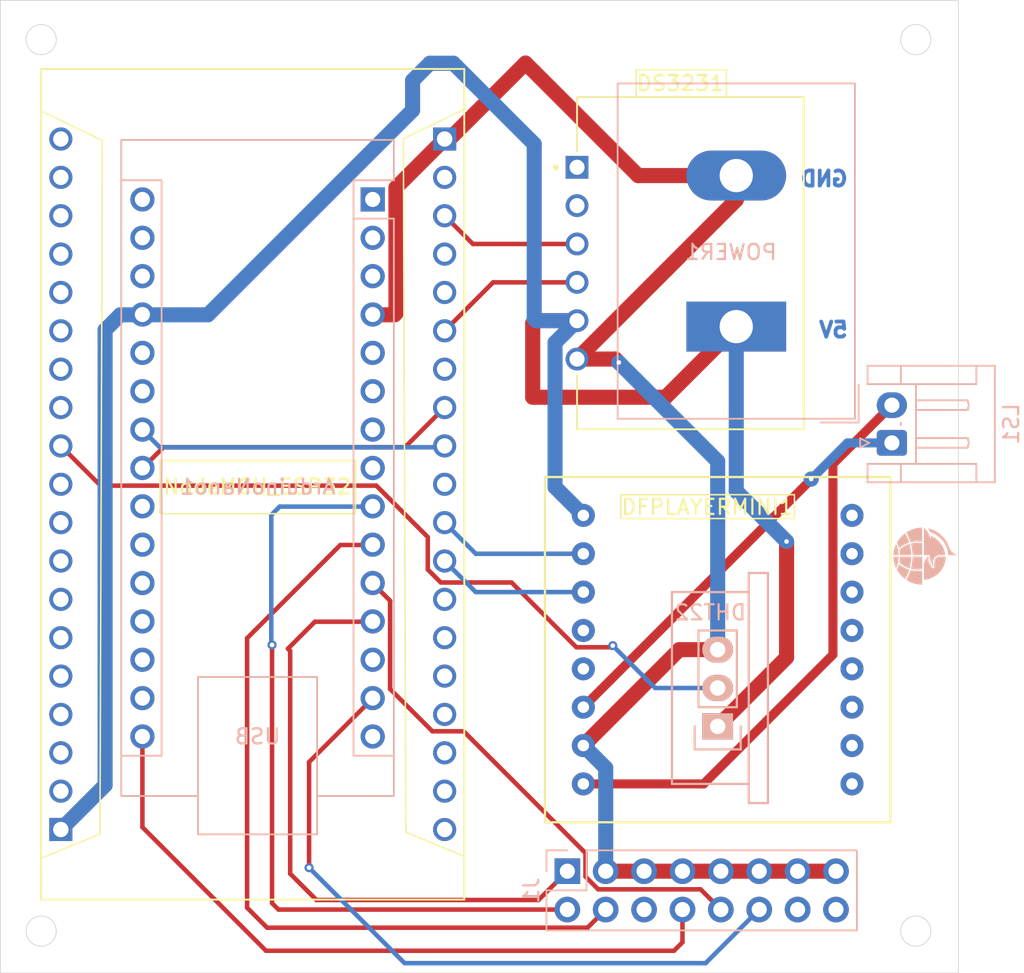
<source format=kicad_pcb>
(kicad_pcb (version 20241229) (generator "pcbnew") (generator_version "9.0")
  (layers (0 "F.Cu" signal) (2 "B.Cu" signal) (13 "F.Paste" user) (15 "B.Paste" user) (5 "F.SilkS" user "F.Silkscreen") (7 "B.SilkS" user "B.Silkscreen") (1 "F.Mask" user) (3 "B.Mask" user) (25 "Edge.Cuts" user))
  (net 0 "")
  (net 24 "/DHT22_Data")
  (net 27 "/Data_UART2")
  (net 28 "/Data_UART1")
  (net 46 "+5V")
  (net 48 "GND")
  (net 70 "/Data_SDA")
  (net 71 "/Data_SCL")
  (net 72 "/SPK2")
  (net 73 "/Data_TX")
  (net 74 "/SPK1")
  (net 75 "/Data_RX")
  (net 76 "/Data_CLK")
  (net 77 "/Data_DATA")
  (net 78 "/Data_A")
  (net 79 "/Data_SCLK")
  (net 80 "/Data_B")
  (net 81 "/Data_OE")
  (footprint "Arduino_Nano:DFPlayer_V2" (layer "F.Cu") (at 156.220752 98.873248)
    (property "Reference" "DFPLAYERMINI1" (at 0.589248 -0.553248 180) (layer "F.SilkS"))
    (property "Value" "DFPLAYER_MINI")
    (pad "1" thru_hole circle (at -7.62 0) (size 1.524 1.524) (drill 0.762) (layers "*.Cu" "*.Mask") (net 46 "+5V"))
    (pad "2" thru_hole circle (at -7.62 2.54) (size 1.524 1.524) (drill 0.762) (layers "*.Cu" "*.Mask") (net 75 "/Data_RX"))
    (pad "3" thru_hole circle (at -7.62 5.08) (size 1.524 1.524) (drill 0.762) (layers "*.Cu" "*.Mask") (net 73 "/Data_TX"))
    (pad "4" thru_hole circle (at -7.62 7.62) (size 1.524 1.524) (drill 0.762) (layers "*.Cu" "*.Mask"))
    (pad "5" thru_hole circle (at -7.62 10.16) (size 1.524 1.524) (drill 0.762) (layers "*.Cu" "*.Mask"))
    (pad "6" thru_hole circle (at -7.62 12.7) (size 1.524 1.524) (drill 0.762) (layers "*.Cu" "*.Mask") (net 74 "/SPK1"))
    (pad "7" thru_hole circle (at -7.62 15.24) (size 1.524 1.524) (drill 0.762) (layers "*.Cu" "*.Mask") (net 48 "GND"))
    (pad "8" thru_hole circle (at -7.62 17.78) (size 1.524 1.524) (drill 0.762) (layers "*.Cu" "*.Mask") (net 72 "/SPK2"))
    (pad "9" thru_hole circle (at 10.16 17.78) (size 1.524 1.524) (drill 0.762) (layers "*.Cu" "*.Mask"))
    (pad "10" thru_hole circle (at 10.16 15.24) (size 1.524 1.524) (drill 0.762) (layers "*.Cu" "*.Mask"))
    (pad "11" thru_hole circle (at 10.16 12.7) (size 1.524 1.524) (drill 0.762) (layers "*.Cu" "*.Mask"))
    (pad "12" thru_hole circle (at 10.16 10.16) (size 1.524 1.524) (drill 0.762) (layers "*.Cu" "*.Mask"))
    (pad "13" thru_hole circle (at 10.16 7.62) (size 1.524 1.524) (drill 0.762) (layers "*.Cu" "*.Mask"))
    (pad "14" thru_hole circle (at 10.16 5.08) (size 1.524 1.524) (drill 0.762) (layers "*.Cu" "*.Mask"))
    (pad "15" thru_hole circle (at 10.16 2.54) (size 1.524 1.524) (drill 0.762) (layers "*.Cu" "*.Mask"))
    (pad "16" thru_hole circle (at 10.16 0) (size 1.524 1.524) (drill 0.762) (layers "*.Cu" "*.Mask"))
  )
  (footprint "ESP32_NODEMCU:MODULE_ESP32_NODEMCU" (layer "F.Cu") (at 126.720752 96.813248)
    (property "Reference" "NodeMCU_ESP32" (at 0.3 0.16 180) (layer "F.SilkS"))
    (property "Value" "ESP32_NODEMCU")
    (pad "" np_thru_hole circle (at -12.5 -26) (size 2.25 2.25) (drill 2.25) (layers "*.Cu" "*.Mask"))
    (pad "" np_thru_hole circle (at -12.5 26) (size 2.25 2.25) (drill 2.25) (layers "*.Cu" "*.Mask"))
    (pad "" np_thru_hole circle (at 12.5 -26) (size 2.25 2.25) (drill 2.25) (layers "*.Cu" "*.Mask"))
    (pad "" np_thru_hole circle (at 12.5 26) (size 2.25 2.25) (drill 2.25) (layers "*.Cu" "*.Mask"))
    (pad "J4_1" thru_hole rect (at 12.7 -22.86) (size 1.53 1.53) (drill 1.02) (layers "*.Cu" "*.Mask") (net 48 "GND"))
    (pad "J4_2" thru_hole circle (at 12.7 -20.32) (size 1.53 1.53) (drill 1.02) (layers "*.Cu" "*.Mask"))
    (pad "J4_3" thru_hole circle (at 12.7 -17.78) (size 1.53 1.53) (drill 1.02) (layers "*.Cu" "*.Mask") (net 71 "/Data_SCL"))
    (pad "J4_4" thru_hole circle (at 12.7 -15.24) (size 1.53 1.53) (drill 1.02) (layers "*.Cu" "*.Mask"))
    (pad "J4_5" thru_hole circle (at 12.7 -12.7) (size 1.53 1.53) (drill 1.02) (layers "*.Cu" "*.Mask"))
    (pad "J4_6" thru_hole circle (at 12.7 -10.16) (size 1.53 1.53) (drill 1.02) (layers "*.Cu" "*.Mask") (net 70 "/Data_SDA"))
    (pad "J4_7" thru_hole circle (at 12.7 -7.62) (size 1.53 1.53) (drill 1.02) (layers "*.Cu" "*.Mask"))
    (pad "J4_8" thru_hole circle (at 12.7 -5.08) (size 1.53 1.53) (drill 1.02) (layers "*.Cu" "*.Mask") (net 27 "/Data_UART2"))
    (pad "J4_9" thru_hole circle (at 12.7 -2.54) (size 1.53 1.53) (drill 1.02) (layers "*.Cu" "*.Mask") (net 28 "/Data_UART1"))
    (pad "J4_10" thru_hole circle (at 12.7 0) (size 1.53 1.53) (drill 1.02) (layers "*.Cu" "*.Mask"))
    (pad "J4_11" thru_hole circle (at 12.7 2.54) (size 1.53 1.53) (drill 1.02) (layers "*.Cu" "*.Mask") (net 75 "/Data_RX"))
    (pad "J4_12" thru_hole circle (at 12.7 5.08) (size 1.53 1.53) (drill 1.02) (layers "*.Cu" "*.Mask") (net 73 "/Data_TX"))
    (pad "J4_13" thru_hole circle (at 12.7 7.62) (size 1.53 1.53) (drill 1.02) (layers "*.Cu" "*.Mask"))
    (pad "J4_14" thru_hole circle (at 12.7 10.16) (size 1.53 1.53) (drill 1.02) (layers "*.Cu" "*.Mask"))
    (pad "J4_15" thru_hole circle (at 12.7 12.7) (size 1.53 1.53) (drill 1.02) (layers "*.Cu" "*.Mask"))
    (pad "J4_16" thru_hole circle (at 12.7 15.24) (size 1.53 1.53) (drill 1.02) (layers "*.Cu" "*.Mask"))
    (pad "J4_17" thru_hole circle (at 12.7 17.78) (size 1.53 1.53) (drill 1.02) (layers "*.Cu" "*.Mask"))
    (pad "J4_18" thru_hole circle (at 12.7 20.32) (size 1.53 1.53) (drill 1.02) (layers "*.Cu" "*.Mask"))
    (pad "J4_19" thru_hole circle (at 12.7 22.86) (size 1.53 1.53) (drill 1.02) (layers "*.Cu" "*.Mask"))
    (pad "J5_1" thru_hole rect (at -12.7 22.86) (size 1.53 1.53) (drill 1.02) (layers "*.Cu" "*.Mask") (net 46 "+5V"))
    (pad "J5_2" thru_hole circle (at -12.7 20.32) (size 1.53 1.53) (drill 1.02) (layers "*.Cu" "*.Mask"))
    (pad "J5_3" thru_hole circle (at -12.7 17.78) (size 1.53 1.53) (drill 1.02) (layers "*.Cu" "*.Mask"))
    (pad "J5_4" thru_hole circle (at -12.7 15.24) (size 1.53 1.53) (drill 1.02) (layers "*.Cu" "*.Mask"))
    (pad "J5_5" thru_hole circle (at -12.7 12.7) (size 1.53 1.53) (drill 1.02) (layers "*.Cu" "*.Mask"))
    (pad "J5_6" thru_hole circle (at -12.7 10.16) (size 1.53 1.53) (drill 1.02) (layers "*.Cu" "*.Mask"))
    (pad "J5_7" thru_hole circle (at -12.7 7.62) (size 1.53 1.53) (drill 1.02) (layers "*.Cu" "*.Mask"))
    (pad "J5_8" thru_hole circle (at -12.7 5.08) (size 1.53 1.53) (drill 1.02) (layers "*.Cu" "*.Mask"))
    (pad "J5_9" thru_hole circle (at -12.7 2.54) (size 1.53 1.53) (drill 1.02) (layers "*.Cu" "*.Mask"))
    (pad "J5_10" thru_hole circle (at -12.7 0) (size 1.53 1.53) (drill 1.02) (layers "*.Cu" "*.Mask"))
    (pad "J5_11" thru_hole circle (at -12.7 -2.54) (size 1.53 1.53) (drill 1.02) (layers "*.Cu" "*.Mask") (net 24 "/DHT22_Data"))
    (pad "J5_12" thru_hole circle (at -12.7 -5.08) (size 1.53 1.53) (drill 1.02) (layers "*.Cu" "*.Mask"))
    (pad "J5_13" thru_hole circle (at -12.7 -7.62) (size 1.53 1.53) (drill 1.02) (layers "*.Cu" "*.Mask"))
    (pad "J5_14" thru_hole circle (at -12.7 -10.16) (size 1.53 1.53) (drill 1.02) (layers "*.Cu" "*.Mask"))
    (pad "J5_15" thru_hole circle (at -12.7 -12.7) (size 1.53 1.53) (drill 1.02) (layers "*.Cu" "*.Mask"))
    (pad "J5_16" thru_hole circle (at -12.7 -15.24) (size 1.53 1.53) (drill 1.02) (layers "*.Cu" "*.Mask"))
    (pad "J5_17" thru_hole circle (at -12.7 -17.78) (size 1.53 1.53) (drill 1.02) (layers "*.Cu" "*.Mask"))
    (pad "J5_18" thru_hole circle (at -12.7 -20.32) (size 1.53 1.53) (drill 1.02) (layers "*.Cu" "*.Mask"))
    (pad "J5_19" thru_hole circle (at -12.7 -22.86) (size 1.53 1.53) (drill 1.02) (layers "*.Cu" "*.Mask"))
  )
  (footprint "TC00500:MODULE_TC00500" (layer "F.Cu") (at 148.183252 82.173248)
    (property "Reference" "DS3231" (at 6.84 -11.91 0) (layer "F.SilkS"))
    (property "Value" "DS3231")
    (pad "1" thru_hole rect (at 0 -6.35) (size 1.508 1.508) (drill 1) (layers "*.Cu" "*.Mask"))
    (pad "2" thru_hole circle (at 0 -3.81) (size 1.508 1.508) (drill 1) (layers "*.Cu" "*.Mask"))
    (pad "3" thru_hole circle (at 0 -1.27) (size 1.508 1.508) (drill 1) (layers "*.Cu" "*.Mask") (net 71 "/Data_SCL"))
    (pad "4" thru_hole circle (at 0 1.27) (size 1.508 1.508) (drill 1) (layers "*.Cu" "*.Mask") (net 70 "/Data_SDA"))
    (pad "5" thru_hole circle (at 0 3.81) (size 1.508 1.508) (drill 1) (layers "*.Cu" "*.Mask") (net 46 "+5V"))
    (pad "6" thru_hole circle (at 0 6.35) (size 1.508 1.508) (drill 1) (layers "*.Cu" "*.Mask") (net 48 "GND"))
  )
  (footprint "Module:Arduino_Nano" (layer "B.Cu") (at 134.660752 77.953248 180)
    (property "Reference" "ArduinoNano1" (at 7.61 -19.03 0) (layer "B.SilkS") (effects (justify mirror)))
    (property "Value" "Arduino_Nano_v2.x")
    (fp_text user "USB" (at 7.62 -35.56 0) (layer "B.SilkS") (effects (justify mirror)))
    (pad "1" thru_hole rect (at 0 0 180) (size 1.6 1.6) (drill 1) (layers "*.Cu" "*.Mask"))
    (pad "2" thru_hole oval (at 0 -2.54 180) (size 1.6 1.6) (drill 1) (layers "*.Cu" "*.Mask"))
    (pad "3" thru_hole oval (at 0 -5.08 180) (size 1.6 1.6) (drill 1) (layers "*.Cu" "*.Mask"))
    (pad "4" thru_hole oval (at 0 -7.62 180) (size 1.6 1.6) (drill 1) (layers "*.Cu" "*.Mask") (net 48 "GND"))
    (pad "5" thru_hole oval (at 0 -10.16 180) (size 1.6 1.6) (drill 1) (layers "*.Cu" "*.Mask"))
    (pad "6" thru_hole oval (at 0 -12.7 180) (size 1.6 1.6) (drill 1) (layers "*.Cu" "*.Mask"))
    (pad "7" thru_hole oval (at 0 -15.24 180) (size 1.6 1.6) (drill 1) (layers "*.Cu" "*.Mask"))
    (pad "8" thru_hole oval (at 0 -17.78 180) (size 1.6 1.6) (drill 1) (layers "*.Cu" "*.Mask"))
    (pad "9" thru_hole oval (at 0 -20.32 180) (size 1.6 1.6) (drill 1) (layers "*.Cu" "*.Mask") (net 78 "/Data_A"))
    (pad "10" thru_hole oval (at 0 -22.86 180) (size 1.6 1.6) (drill 1) (layers "*.Cu" "*.Mask") (net 80 "/Data_B"))
    (pad "11" thru_hole oval (at 0 -25.4 180) (size 1.6 1.6) (drill 1) (layers "*.Cu" "*.Mask") (net 79 "/Data_SCLK"))
    (pad "12" thru_hole oval (at 0 -27.94 180) (size 1.6 1.6) (drill 1) (layers "*.Cu" "*.Mask") (net 81 "/Data_OE"))
    (pad "13" thru_hole oval (at 0 -30.48 180) (size 1.6 1.6) (drill 1) (layers "*.Cu" "*.Mask"))
    (pad "14" thru_hole oval (at 0 -33.02 180) (size 1.6 1.6) (drill 1) (layers "*.Cu" "*.Mask") (net 77 "/Data_DATA"))
    (pad "15" thru_hole oval (at 0 -35.56 180) (size 1.6 1.6) (drill 1) (layers "*.Cu" "*.Mask"))
    (pad "16" thru_hole oval (at 15.24 -35.56 180) (size 1.6 1.6) (drill 1) (layers "*.Cu" "*.Mask") (net 76 "/Data_CLK"))
    (pad "17" thru_hole oval (at 15.24 -33.02 180) (size 1.6 1.6) (drill 1) (layers "*.Cu" "*.Mask"))
    (pad "18" thru_hole oval (at 15.24 -30.48 180) (size 1.6 1.6) (drill 1) (layers "*.Cu" "*.Mask"))
    (pad "19" thru_hole oval (at 15.24 -27.94 180) (size 1.6 1.6) (drill 1) (layers "*.Cu" "*.Mask"))
    (pad "20" thru_hole oval (at 15.24 -25.4 180) (size 1.6 1.6) (drill 1) (layers "*.Cu" "*.Mask"))
    (pad "21" thru_hole oval (at 15.24 -22.86 180) (size 1.6 1.6) (drill 1) (layers "*.Cu" "*.Mask"))
    (pad "22" thru_hole oval (at 15.24 -20.32 180) (size 1.6 1.6) (drill 1) (layers "*.Cu" "*.Mask"))
    (pad "23" thru_hole oval (at 15.24 -17.78 180) (size 1.6 1.6) (drill 1) (layers "*.Cu" "*.Mask") (net 27 "/Data_UART2"))
    (pad "24" thru_hole oval (at 15.24 -15.24 180) (size 1.6 1.6) (drill 1) (layers "*.Cu" "*.Mask") (net 28 "/Data_UART1"))
    (pad "25" thru_hole oval (at 15.24 -12.7 180) (size 1.6 1.6) (drill 1) (layers "*.Cu" "*.Mask"))
    (pad "26" thru_hole oval (at 15.24 -10.16 180) (size 1.6 1.6) (drill 1) (layers "*.Cu" "*.Mask"))
    (pad "27" thru_hole oval (at 15.24 -7.62 180) (size 1.6 1.6) (drill 1) (layers "*.Cu" "*.Mask") (net 46 "+5V"))
    (pad "28" thru_hole oval (at 15.24 -5.08 180) (size 1.6 1.6) (drill 1) (layers "*.Cu" "*.Mask"))
    (pad "29" thru_hole oval (at 15.24 -2.54 180) (size 1.6 1.6) (drill 1) (layers "*.Cu" "*.Mask"))
    (pad "30" thru_hole oval (at 15.24 0 180) (size 1.6 1.6) (drill 1) (layers "*.Cu" "*.Mask"))
  )
  (footprint "demo.preety:demo" (layer "B.Cu") (at 171.32 101.57 -90)
    (property "Reference" "G***" (hide yes))
    (property "Value" "LOGO" (hide yes))
  )
  (footprint "Connector_PinHeader_2.54mm:PinHeader_2x08_P2.54mm_Vertical" (layer "B.Cu") (at 147.540752 122.433248 -90)
    (property "Reference" "J1" (at 1.27 2.38 90) (layer "B.SilkS") (effects (justify mirror)))
    (property "Value" "HUB12")
    (pad "1" thru_hole rect (at 0 0 270) (size 1.7 1.7) (drill 1) (layers "*.Cu" "*.Mask") (net 81 "/Data_OE"))
    (pad "2" thru_hole circle (at 0 -2.54 270) (size 1.7 1.7) (drill 1) (layers "*.Cu" "*.Mask") (net 48 "GND"))
    (pad "3" thru_hole circle (at 0 -5.08 270) (size 1.7 1.7) (drill 1) (layers "*.Cu" "*.Mask") (net 48 "GND"))
    (pad "4" thru_hole circle (at 0 -7.62 270) (size 1.7 1.7) (drill 1) (layers "*.Cu" "*.Mask") (net 48 "GND"))
    (pad "5" thru_hole circle (at 0 -10.16 270) (size 1.7 1.7) (drill 1) (layers "*.Cu" "*.Mask") (net 48 "GND"))
    (pad "6" thru_hole circle (at 0 -12.7 270) (size 1.7 1.7) (drill 1) (layers "*.Cu" "*.Mask") (net 48 "GND"))
    (pad "7" thru_hole circle (at 0 -15.24 270) (size 1.7 1.7) (drill 1) (layers "*.Cu" "*.Mask") (net 48 "GND"))
    (pad "8" thru_hole circle (at 0 -17.78 270) (size 1.7 1.7) (drill 1) (layers "*.Cu" "*.Mask") (net 48 "GND"))
    (pad "9" thru_hole circle (at 2.54 -17.78 270) (size 1.7 1.7) (drill 1) (layers "*.Cu" "*.Mask"))
    (pad "10" thru_hole circle (at 2.54 -15.24 270) (size 1.7 1.7) (drill 1) (layers "*.Cu" "*.Mask"))
    (pad "11" thru_hole circle (at 2.54 -12.7 270) (size 1.7 1.7) (drill 1) (layers "*.Cu" "*.Mask") (net 77 "/Data_DATA"))
    (pad "12" thru_hole circle (at 2.54 -10.16 270) (size 1.7 1.7) (drill 1) (layers "*.Cu" "*.Mask") (net 79 "/Data_SCLK"))
    (pad "13" thru_hole circle (at 2.54 -7.62 270) (size 1.7 1.7) (drill 1) (layers "*.Cu" "*.Mask") (net 76 "/Data_CLK"))
    (pad "14" thru_hole circle (at 2.54 -5.08 270) (size 1.7 1.7) (drill 1) (layers "*.Cu" "*.Mask"))
    (pad "15" thru_hole circle (at 2.54 -2.54 270) (size 1.7 1.7) (drill 1) (layers "*.Cu" "*.Mask") (net 80 "/Data_B"))
    (pad "16" thru_hole circle (at 2.54 0 270) (size 1.7 1.7) (drill 1) (layers "*.Cu" "*.Mask") (net 78 "/Data_A"))
  )
  (footprint "Connector_JST:JST_EH_S2B-EH_1x02_P2.50mm_Horizontal" (layer "B.Cu") (at 169.020752 94.073248 90)
    (property "Reference" "LS1" (at 1.25 7.9 90) (layer "B.SilkS") (effects (justify mirror)))
    (property "Value" "Speaker")
    (pad "1" thru_hole roundrect (at 0 0 90) (size 1.7 2) (drill 1) (layers "*.Cu" "*.Mask") (roundrect_rratio 0.147059) (net 74 "/SPK1"))
    (pad "2" thru_hole oval (at 2.5 0 90) (size 1.7 2) (drill 1) (layers "*.Cu" "*.Mask") (net 72 "/SPK2"))
  )
  (footprint "Sensors:DHT11_Temperature_Humidity" (layer "B.Cu") (at 157.490752 110.303248 -90)
    (property "Reference" "DHT22" (at -5 0.485 180) (layer "B.SilkS") (effects (justify mirror)))
    (property "Value" "DHT22")
    (pad "1" thru_hole oval (at 0 0) (size 2.032 1.7272) (drill 1.016) (layers "*.Cu" "F.Mask" "B.SilkS") (net 24 "/DHT22_Data"))
    (pad "2" thru_hole rect (at 2.54 0) (size 2.032 1.7272) (drill 1.016) (layers "*.Cu" "F.Mask" "B.SilkS") (net 46 "+5V"))
    (pad "3" thru_hole oval (at -2.54 0) (size 2.032 1.7272) (drill 1.016) (layers "*.Cu" "F.Mask" "B.SilkS") (net 48 "GND"))
  )
  (footprint "TerminalBlock_Dinkle:TerminalBlock_Dinkle_DT-55-B01X-02_P10.00mm" (layer "B.Cu") (at 158.720752 86.373248 90)
    (property "Reference" "POWER1" (at 4.933248 -0.350752 180) (layer "B.SilkS") (effects (justify mirror)))
    (property "Value" "POWER")
    (pad "1" thru_hole rect (at 0 0 90) (size 3.3 6.6) (drill 2.2) (layers "*.Cu" "*.Mask") (net 46 "+5V"))
    (pad "2" thru_hole oval (at 10 0 90) (size 3.3 6.6) (drill 2.2) (layers "*.Cu" "*.Mask") (net 48 "GND"))
  )
  (gr_circle (center 170.6 126.4) (end 171.6 126.4) (stroke (width 0.05)) (fill no) (layer "Edge.Cuts"))
  (gr_circle (center 170.6 67.373248) (end 171.6 67.373248) (stroke (width 0.05)) (fill no) (layer "Edge.Cuts"))
  (gr_rect (start 110.020752 64.773248) (end 173.420752 129.173248) (stroke (width 0.05)) (fill no) (layer "Edge.Cuts"))
  (gr_circle (center 112.720752 67.373248) (end 113.720752 67.373248) (stroke (width 0.05)) (fill no) (layer "Edge.Cuts"))
  (gr_circle (center 112.720752 126.4) (end 113.720752 126.4) (stroke (width 0.05)) (fill no) (layer "Edge.Cuts"))
  (gr_text "GND\n" (at 166.220752 77.173248 0) (layer "B.Cu") (effects (font (size 1 1) (thickness 0.25) (bold yes)) (justify left bottom mirror)))
  (gr_text "5V" (at 166.220752 87.173248 0) (layer "B.Cu") (effects (font (size 1 1) (thickness 0.25) (bold yes)) (justify left bottom mirror)))
  (segment (start 148.139732 107.606248) (end 150.443752 107.606248) (width 0.3) (layer "F.Cu") (net 24))
  (segment (start 138.304752 100.309488) (end 138.304752 102.454752) (width 0.3) (layer "F.Cu") (net 24))
  (segment (start 114.020752 94.273248) (end 116.651752 96.904248) (width 0.3) (layer "F.Cu") (net 24))
  (segment (start 138.304752 102.454752) (end 139.167248 103.317248) (width 0.3) (layer "F.Cu") (net 24))
  (segment (start 150.443752 107.606248) (end 150.55 107.5) (width 0.3) (layer "F.Cu") (net 24))
  (segment (start 143.850732 103.317248) (end 148.139732 107.606248) (width 0.3) (layer "F.Cu") (net 24))
  (segment (start 116.651752 96.904248) (end 134.899512 96.904248) (width 0.3) (layer "F.Cu") (net 24))
  (segment (start 139.167248 103.317248) (end 143.850732 103.317248) (width 0.3) (layer "F.Cu") (net 24))
  (segment (start 134.899512 96.904248) (end 138.304752 100.309488) (width 0.3) (layer "F.Cu") (net 24))
  (via (at 150.55 107.5) (size 0.6) (drill 0.3) (layers "F.Cu" "B.Cu") (net 24))
  (segment (start 153.353248 110.303248) (end 157.490752 110.303248) (width 0.3) (layer "B.Cu") (net 24))
  (segment (start 150.55 107.5) (end 153.353248 110.303248) (width 0.3) (layer "B.Cu") (net 24))
  (segment (start 119.420752 95.753248) (end 120.809752 94.364248) (width 0.3) (layer "F.Cu") (net 27))
  (segment (start 120.809752 94.364248) (end 136.789752 94.364248) (width 0.3) (layer "F.Cu") (net 27))
  (segment (start 136.789752 94.364248) (end 139.420752 91.733248) (width 0.3) (layer "F.Cu") (net 27))
  (segment (start 120.571752 94.364248) (end 139.329752 94.364248) (width 0.3) (layer "B.Cu") (net 28))
  (segment (start 139.329752 94.364248) (end 139.420752 94.273248) (width 0.3) (layer "B.Cu") (net 28))
  (segment (start 119.420752 93.213248) (end 120.571752 94.364248) (width 0.3) (layer "B.Cu") (net 28))
  (segment (start 145.25 86.15) (end 145.416752 85.983248) (width 1) (layer "F.Cu") (net 46))
  (segment (start 162.05 108.284) (end 162.05 100.6) (width 1) (layer "F.Cu") (net 46))
  (segment (start 158.720752 86.373248) (end 154.044 91.05) (width 1) (layer "F.Cu") (net 46))
  (segment (start 154.044 91.05) (end 145.25 91.05) (width 1) (layer "F.Cu") (net 46))
  (segment (start 145.25 91.05) (end 145.25 86.15) (width 1) (layer "F.Cu") (net 46))
  (segment (start 145.416752 85.983248) (end 148.183252 85.983248) (width 1) (layer "F.Cu") (net 46))
  (segment (start 157.490752 112.843248) (end 162.05 108.284) (width 1) (layer "F.Cu") (net 46))
  (via (at 162.05 100.6) (size 0.8) (drill 0.3) (layers "F.Cu" "B.Cu") (net 46))
  (segment (start 138.443687 68.937248) (end 139.997817 68.937248) (width 1) (layer "B.Cu") (net 46))
  (segment (start 145.35 74.289431) (end 145.35 85.85) (width 1) (layer "B.Cu") (net 46))
  (segment (start 162.05 100.6) (end 158.720752 97.270752) (width 1) (layer "B.Cu") (net 46))
  (segment (start 119.420752 85.593248) (end 123.756752 85.593248) (width 1) (layer "B.Cu") (net 46))
  (segment (start 139.997817 68.937248) (end 145.35 74.289431) (width 1) (layer "B.Cu") (net 46))
  (segment (start 158.720752 97.270752) (end 158.720752 86.373248) (width 1) (layer "B.Cu") (net 46))
  (segment (start 137.3 70.080935) (end 138.443687 68.937248) (width 1) (layer "B.Cu") (net 46))
  (segment (start 145.483248 85.983248) (end 148.183252 85.983248) (width 1) (layer "B.Cu") (net 46))
  (segment (start 146.728252 87.438248) (end 148.183252 85.983248) (width 1) (layer "B.Cu") (net 46))
  (segment (start 116.95 86.6) (end 117.956752 85.593248) (width 1) (layer "B.Cu") (net 46))
  (segment (start 148.600752 98.873248) (end 146.728252 97.000748) (width 1) (layer "B.Cu") (net 46))
  (segment (start 146.728252 97.000748) (end 146.728252 87.438248) (width 1) (layer "B.Cu") (net 46))
  (segment (start 117.956752 85.593248) (end 119.420752 85.593248) (width 1) (layer "B.Cu") (net 46))
  (segment (start 114.020752 119.673248) (end 116.95 116.744) (width 1) (layer "B.Cu") (net 46))
  (segment (start 145.35 85.85) (end 145.483248 85.983248) (width 1) (layer "B.Cu") (net 46))
  (segment (start 116.95 116.744) (end 116.95 86.6) (width 1) (layer "B.Cu") (net 46))
  (segment (start 137.3 72.05) (end 137.3 70.080935) (width 1) (layer "B.Cu") (net 46))
  (segment (start 123.756752 85.593248) (end 137.3 72.05) (width 1) (layer "B.Cu") (net 46))
  (segment (start 139.420752 73.953248) (end 136.2 77.174) (width 1) (layer "F.Cu") (net 48))
  (segment (start 136.2 85.5) (end 136.106752 85.593248) (width 1) (layer "F.Cu") (net 48))
  (segment (start 158.720752 77.985748) (end 148.183252 88.523248) (width 1) (layer "F.Cu") (net 48))
  (segment (start 154.950752 107.763248) (end 148.600752 114.113248) (width 1) (layer "F.Cu") (net 48))
  (segment (start 136.106752 85.593248) (end 134.660752 85.593248) (width 1) (layer "F.Cu") (net 48))
  (segment (start 158.720752 76.373248) (end 152.223248 76.373248) (width 1) (layer "F.Cu") (net 48))
  (segment (start 148.183252 88.523248) (end 150.723248 88.523248) (width 1) (layer "F.Cu") (net 48))
  (segment (start 136.2 77.174) (end 136.2 85.5) (width 1) (layer "F.Cu") (net 48))
  (segment (start 139.746752 73.953248) (end 139.420752 73.953248) (width 1) (layer "F.Cu") (net 48))
  (segment (start 144.775 68.925) (end 139.746752 73.953248) (width 1) (layer "F.Cu") (net 48))
  (segment (start 158.720752 76.373248) (end 158.720752 77.985748) (width 1) (layer "F.Cu") (net 48))
  (segment (start 157.490752 107.763248) (end 154.950752 107.763248) (width 1) (layer "F.Cu") (net 48))
  (segment (start 150.080752 122.433248) (end 165.320752 122.433248) (width 1) (layer "F.Cu") (net 48))
  (segment (start 150.723248 88.523248) (end 150.95 88.75) (width 1) (layer "F.Cu") (net 48))
  (segment (start 152.223248 76.373248) (end 144.775 68.925) (width 1) (layer "F.Cu") (net 48))
  (via (at 150.95 88.75) (size 0.8) (drill 0.3) (layers "F.Cu" "B.Cu") (net 48))
  (segment (start 150.95 88.75) (end 157.490752 95.290752) (width 1) (layer "B.Cu") (net 48))
  (segment (start 157.490752 95.290752) (end 157.490752 107.763248) (width 1) (layer "B.Cu") (net 48))
  (segment (start 150.080752 122.433248) (end 150.080752 115.593248) (width 1) (layer "B.Cu") (net 48))
  (segment (start 150.080752 115.593248) (end 148.600752 114.113248) (width 1) (layer "B.Cu") (net 48))
  (segment (start 139.420752 86.653248) (end 142.630752 83.443248) (width 0.3) (layer "F.Cu") (net 70))
  (segment (start 142.630752 83.443248) (end 148.183252 83.443248) (width 0.3) (layer "F.Cu") (net 70))
  (segment (start 139.420752 79.033248) (end 141.290752 80.903248) (width 0.3) (layer "F.Cu") (net 71))
  (segment (start 141.290752 80.903248) (end 148.183252 80.903248) (width 0.3) (layer "F.Cu") (net 71))
  (segment (start 165.117752 95.476248) (end 169.020752 91.573248) (width 0.6) (layer "F.Cu") (net 72))
  (segment (start 156.562352 116.653248) (end 165.117752 108.097848) (width 0.6) (layer "F.Cu") (net 72))
  (segment (start 148.600752 116.653248) (end 156.562352 116.653248) (width 0.6) (layer "F.Cu") (net 72))
  (segment (start 165.117752 108.097848) (end 165.117752 95.476248) (width 0.6) (layer "F.Cu") (net 72))
  (segment (start 139.420752 101.893248) (end 141.480752 103.953248) (width 0.3) (layer "B.Cu") (net 73))
  (segment (start 141.480752 103.953248) (end 148.600752 103.953248) (width 0.3) (layer "B.Cu") (net 73))
  (segment (start 163.68 96.494) (end 148.600752 111.573248) (width 0.6) (layer "F.Cu") (net 74))
  (segment (start 169.488252 94.623248) (end 168.670752 94.623248) (width 0.2) (layer "F.Cu") (net 74))
  (segment (start 163.68 96.47) (end 163.68 96.494) (width 0.6) (layer "F.Cu") (net 74))
  (via (at 163.68 96.47) (size 1) (drill 0.3) (layers "F.Cu" "B.Cu") (net 74))
  (segment (start 163.68 96.47) (end 166.076752 94.073248) (width 0.6) (layer "B.Cu") (net 74))
  (segment (start 166.076752 94.073248) (end 169.020752 94.073248) (width 0.6) (layer "B.Cu") (net 74))
  (segment (start 148.600752 101.413248) (end 141.480752 101.413248) (width 0.3) (layer "B.Cu") (net 75))
  (segment (start 141.480752 101.413248) (end 139.420752 99.353248) (width 0.3) (layer "B.Cu") (net 75))
  (segment (start 119.420752 113.533248) (end 119.420752 119.520752) (width 0.3) (layer "F.Cu") (net 76))
  (segment (start 154.6 127.7) (end 155.160752 127.139248) (width 0.3) (layer "F.Cu") (net 76))
  (segment (start 119.420752 119.520752) (end 127.6 127.7) (width 0.3) (layer "F.Cu") (net 76))
  (segment (start 155.160752 127.139248) (end 155.160752 124.973248) (width 0.3) (layer "F.Cu") (net 76))
  (segment (start 127.6 127.7) (end 154.6 127.7) (width 0.3) (layer "F.Cu") (net 76))
  (segment (start 130.45 115.204) (end 130.45 122.2) (width 0.3) (layer "F.Cu") (net 77))
  (segment (start 134.660752 110.993248) (end 130.45 115.204) (width 0.3) (layer "F.Cu") (net 77))
  (via (at 130.45 122.2) (size 0.6) (drill 0.3) (layers "F.Cu" "B.Cu") (net 77))
  (segment (start 130.45 122.2) (end 136.772248 128.522248) (width 0.3) (layer "B.Cu") (net 77))
  (segment (start 136.772248 128.522248) (end 156.691752 128.522248) (width 0.3) (layer "B.Cu") (net 77))
  (segment (start 156.691752 128.522248) (end 160.240752 124.973248) (width 0.3) (layer "B.Cu") (net 77))
  (segment (start 128.423248 124.973248) (end 147.540752 124.973248) (width 0.3) (layer "F.Cu") (net 78))
  (segment (start 128 124.55) (end 128.423248 124.973248) (width 0.3) (layer "F.Cu") (net 78))
  (segment (start 128 107.45) (end 128 124.55) (width 0.3) (layer "F.Cu") (net 78))
  (via (at 128 107.45) (size 0.6) (drill 0.3) (layers "F.Cu" "B.Cu") (net 78))
  (segment (start 128 107.45) (end 127.95 107.4) (width 0.3) (layer "B.Cu") (net 78))
  (segment (start 127.95 107.4) (end 127.95 98.85) (width 0.3) (layer "B.Cu") (net 78))
  (segment (start 127.95 98.85) (end 128.506752 98.293248) (width 0.3) (layer "B.Cu") (net 78))
  (segment (start 128.506752 98.293248) (end 134.660752 98.293248) (width 0.3) (layer "B.Cu") (net 78))
  (segment (start 135.811752 110.370736) (end 135.811752 104.524248) (width 0.3) (layer "F.Cu") (net 79))
  (segment (start 156.361752 123.634248) (end 149.583281 123.634248) (width 0.3) (layer "F.Cu") (net 79))
  (segment (start 148.741752 121.232248) (end 140.678752 113.169248) (width 0.3) (layer "F.Cu") (net 79))
  (segment (start 138.610264 113.169248) (end 135.811752 110.370736) (width 0.3) (layer "F.Cu") (net 79))
  (segment (start 140.678752 113.169248) (end 138.610264 113.169248) (width 0.3) (layer "F.Cu") (net 79))
  (segment (start 135.811752 104.524248) (end 134.660752 103.373248) (width 0.3) (layer "F.Cu") (net 79))
  (segment (start 149.583281 123.634248) (end 148.741752 122.792719) (width 0.3) (layer "F.Cu") (net 79))
  (segment (start 157.700752 124.973248) (end 156.361752 123.634248) (width 0.3) (layer "F.Cu") (net 79))
  (segment (start 148.741752 122.792719) (end 148.741752 121.232248) (width 0.3) (layer "F.Cu") (net 79))
  (segment (start 132.520116 100.833248) (end 134.660752 100.833248) (width 0.3) (layer "F.Cu") (net 80))
  (segment (start 127.674248 126.174248) (end 126.35 124.85) (width 0.3) (layer "F.Cu") (net 80))
  (segment (start 126.35 124.85) (end 126.35 107.003363) (width 0.3) (layer "F.Cu") (net 80))
  (segment (start 126.35 107.003363) (end 132.520116 100.833248) (width 0.3) (layer "F.Cu") (net 80))
  (segment (start 150.080752 124.973248) (end 148.879752 126.174248) (width 0.3) (layer "F.Cu") (net 80))
  (segment (start 148.879752 126.174248) (end 127.674248 126.174248) (width 0.3) (layer "F.Cu") (net 80))
  (segment (start 129.2 122.6) (end 129.2 107.85) (width 0.3) (layer "F.Cu") (net 81))
  (segment (start 129.05 107.7) (end 130.836752 105.913248) (width 0.3) (layer "F.Cu") (net 81))
  (segment (start 130.836752 105.913248) (end 134.660752 105.913248) (width 0.3) (layer "F.Cu") (net 81))
  (segment (start 147.540752 122.433248) (end 145.634752 124.339248) (width 0.3) (layer "F.Cu") (net 81))
  (segment (start 129.2 107.85) (end 129.05 107.7) (width 0.3) (layer "F.Cu") (net 81))
  (segment (start 130.939248 124.339248) (end 129.2 122.6) (width 0.3) (layer "F.Cu") (net 81))
  (segment (start 145.634752 124.339248) (end 130.939248 124.339248) (width 0.3) (layer "F.Cu") (net 81))
)
</source>
